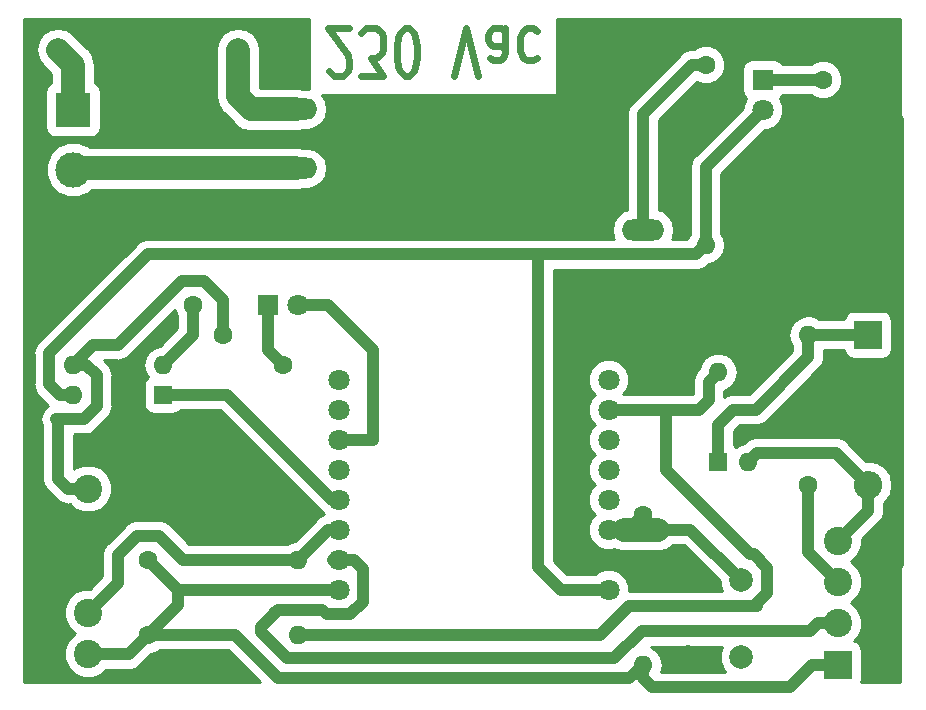
<source format=gbr>
G04 #@! TF.GenerationSoftware,KiCad,Pcbnew,(5.0.1)-4*
G04 #@! TF.CreationDate,2020-12-17T18:24:53+01:00*
G04 #@! TF.ProjectId,controller_water_ballon_linky_connected,636F6E74726F6C6C65725F7761746572,rev?*
G04 #@! TF.SameCoordinates,PX4c4b400PY632ea00*
G04 #@! TF.FileFunction,Copper,L2,Bot,Signal*
G04 #@! TF.FilePolarity,Positive*
%FSLAX46Y46*%
G04 Gerber Fmt 4.6, Leading zero omitted, Abs format (unit mm)*
G04 Created by KiCad (PCBNEW (5.0.1)-4) date 17/12/2020 18:24:53*
%MOMM*%
%LPD*%
G01*
G04 APERTURE LIST*
G04 #@! TA.AperFunction,NonConductor*
%ADD10C,0.600000*%
G04 #@! TD*
G04 #@! TA.AperFunction,ComponentPad*
%ADD11C,1.800000*%
G04 #@! TD*
G04 #@! TA.AperFunction,ComponentPad*
%ADD12R,2.400000X2.400000*%
G04 #@! TD*
G04 #@! TA.AperFunction,ComponentPad*
%ADD13O,2.400000X2.400000*%
G04 #@! TD*
G04 #@! TA.AperFunction,ComponentPad*
%ADD14C,1.600000*%
G04 #@! TD*
G04 #@! TA.AperFunction,ComponentPad*
%ADD15O,1.600000X1.600000*%
G04 #@! TD*
G04 #@! TA.AperFunction,ComponentPad*
%ADD16R,3.000000X3.000000*%
G04 #@! TD*
G04 #@! TA.AperFunction,ComponentPad*
%ADD17C,3.000000*%
G04 #@! TD*
G04 #@! TA.AperFunction,ComponentPad*
%ADD18C,2.400000*%
G04 #@! TD*
G04 #@! TA.AperFunction,ComponentPad*
%ADD19R,1.600000X1.600000*%
G04 #@! TD*
G04 #@! TA.AperFunction,ComponentPad*
%ADD20O,3.600000X1.800000*%
G04 #@! TD*
G04 #@! TA.AperFunction,ComponentPad*
%ADD21R,1.800000X1.800000*%
G04 #@! TD*
G04 #@! TA.AperFunction,ComponentPad*
%ADD22C,2.000000*%
G04 #@! TD*
G04 #@! TA.AperFunction,Conductor*
%ADD23C,1.000000*%
G04 #@! TD*
G04 #@! TA.AperFunction,Conductor*
%ADD24C,2.000000*%
G04 #@! TD*
G04 #@! TA.AperFunction,Conductor*
%ADD25C,0.254000*%
G04 #@! TD*
G04 APERTURE END LIST*
D10*
X26784285Y52660477D02*
X26927142Y52470000D01*
X27212857Y52279524D01*
X27927142Y52279524D01*
X28212857Y52470000D01*
X28355714Y52660477D01*
X28498571Y53041429D01*
X28498571Y53422381D01*
X28355714Y53993810D01*
X26641428Y56279524D01*
X28498571Y56279524D01*
X29498571Y52279524D02*
X31355714Y52279524D01*
X30355714Y53803334D01*
X30784285Y53803334D01*
X31070000Y53993810D01*
X31212857Y54184286D01*
X31355714Y54565239D01*
X31355714Y55517620D01*
X31212857Y55898572D01*
X31070000Y56089048D01*
X30784285Y56279524D01*
X29927142Y56279524D01*
X29641428Y56089048D01*
X29498571Y55898572D01*
X33212857Y52279524D02*
X33498571Y52279524D01*
X33784285Y52470000D01*
X33927142Y52660477D01*
X34070000Y53041429D01*
X34212857Y53803334D01*
X34212857Y54755715D01*
X34070000Y55517620D01*
X33927142Y55898572D01*
X33784285Y56089048D01*
X33498571Y56279524D01*
X33212857Y56279524D01*
X32927142Y56089048D01*
X32784285Y55898572D01*
X32641428Y55517620D01*
X32498571Y54755715D01*
X32498571Y53803334D01*
X32641428Y53041429D01*
X32784285Y52660477D01*
X32927142Y52470000D01*
X33212857Y52279524D01*
X37355714Y52279524D02*
X38355714Y56279524D01*
X39355714Y52279524D01*
X41641428Y56279524D02*
X41641428Y54184286D01*
X41498571Y53803334D01*
X41212857Y53612858D01*
X40641428Y53612858D01*
X40355714Y53803334D01*
X41641428Y56089048D02*
X41355714Y56279524D01*
X40641428Y56279524D01*
X40355714Y56089048D01*
X40212857Y55708096D01*
X40212857Y55327143D01*
X40355714Y54946191D01*
X40641428Y54755715D01*
X41355714Y54755715D01*
X41641428Y54565239D01*
X44355714Y56089048D02*
X44070000Y56279524D01*
X43498571Y56279524D01*
X43212857Y56089048D01*
X43070000Y55898572D01*
X42927142Y55517620D01*
X42927142Y54374762D01*
X43070000Y53993810D01*
X43212857Y53803334D01*
X43498571Y53612858D01*
X44070000Y53612858D01*
X44355714Y53803334D01*
D11*
G04 #@! TO.P,U3,8*
G04 #@! TO.N,N/C*
X50430000Y26530000D03*
G04 #@! TO.P,U3,7*
G04 #@! TO.N,Net-(R4-Pad2)*
X50430000Y23990000D03*
G04 #@! TO.P,U3,6*
G04 #@! TO.N,N/C*
X50430000Y21450000D03*
G04 #@! TO.P,U3,5*
X50430000Y18910000D03*
G04 #@! TO.P,U3,4*
X50430000Y16370000D03*
G04 #@! TO.P,U3,3*
G04 #@! TO.N,Net-(R7-Pad1)*
X50430000Y13830000D03*
G04 #@! TO.P,U3,2*
G04 #@! TO.N,GND*
X50430000Y11290000D03*
G04 #@! TO.P,U3,1*
G04 #@! TO.N,+5V*
X50430000Y8750000D03*
G04 #@! TO.P,U3,16*
G04 #@! TO.N,+3V3*
X27570000Y8750000D03*
G04 #@! TO.P,U3,15*
G04 #@! TO.N,Net-(J2-Pad2)*
X27570000Y11290000D03*
G04 #@! TO.P,U3,14*
G04 #@! TO.N,Net-(J3-Pad5)*
X27570000Y13830000D03*
G04 #@! TO.P,U3,13*
G04 #@! TO.N,Net-(U3-Pad13)*
X27570000Y16370000D03*
G04 #@! TO.P,U3,12*
G04 #@! TO.N,N/C*
X27570000Y18910000D03*
G04 #@! TO.P,U3,11*
G04 #@! TO.N,Net-(D3-Pad2)*
X27570000Y21450000D03*
G04 #@! TO.P,U3,10*
G04 #@! TO.N,N/C*
X27570000Y23990000D03*
G04 #@! TO.P,U3,9*
X27570000Y26530000D03*
G04 #@! TD*
D12*
G04 #@! TO.P,D1,1*
G04 #@! TO.N,Net-(D1-Pad1)*
X72400000Y30340000D03*
D13*
G04 #@! TO.P,D1,2*
G04 #@! TO.N,Net-(D1-Pad2)*
X72400000Y17640000D03*
G04 #@! TD*
D14*
G04 #@! TO.P,F1,1*
G04 #@! TO.N,Net-(F1-Pad1)*
X3820000Y54470000D03*
D15*
G04 #@! TO.P,F1,2*
G04 #@! TO.N,Net-(F1-Pad2)*
X19060000Y54470000D03*
G04 #@! TD*
G04 #@! TO.P,F2,2*
G04 #@! TO.N,+5V*
X58650000Y37960000D03*
D14*
G04 #@! TO.P,F2,1*
G04 #@! TO.N,Net-(F2-Pad1)*
X58650000Y53200000D03*
G04 #@! TD*
D16*
G04 #@! TO.P,J1,1*
G04 #@! TO.N,Net-(F1-Pad1)*
X5090000Y49390000D03*
D17*
G04 #@! TO.P,J1,2*
G04 #@! TO.N,Net-(J1-Pad2)*
X5090000Y44310000D03*
G04 #@! TD*
D12*
G04 #@! TO.P,J2,1*
G04 #@! TO.N,+3V3*
X69860000Y2400000D03*
D18*
G04 #@! TO.P,J2,2*
G04 #@! TO.N,Net-(J2-Pad2)*
X69860000Y5900000D03*
G04 #@! TO.P,J2,3*
G04 #@! TO.N,Net-(J2-Pad3)*
X69860000Y9400000D03*
G04 #@! TO.P,J2,4*
G04 #@! TO.N,Net-(D1-Pad2)*
X69860000Y12900000D03*
G04 #@! TD*
D12*
G04 #@! TO.P,J3,1*
G04 #@! TO.N,GND*
X6360000Y20815000D03*
D18*
G04 #@! TO.P,J3,2*
G04 #@! TO.N,Net-(J3-Pad2)*
X6360000Y17315000D03*
G04 #@! TO.P,J3,3*
G04 #@! TO.N,GND*
X6360000Y13815000D03*
G04 #@! TO.P,J3,4*
X6360000Y10315000D03*
G04 #@! TO.P,J3,5*
G04 #@! TO.N,Net-(J3-Pad5)*
X6360000Y6815000D03*
G04 #@! TO.P,J3,6*
G04 #@! TO.N,+3V3*
X6360000Y3315000D03*
G04 #@! TD*
D15*
G04 #@! TO.P,R1,2*
G04 #@! TO.N,GND*
X2550000Y32880000D03*
D14*
G04 #@! TO.P,R1,1*
G04 #@! TO.N,Net-(R1-Pad1)*
X15250000Y32880000D03*
G04 #@! TD*
D15*
G04 #@! TO.P,R2,2*
G04 #@! TO.N,GND*
X17790000Y17640000D03*
D14*
G04 #@! TO.P,R2,1*
G04 #@! TO.N,Net-(J3-Pad2)*
X17790000Y30340000D03*
G04 #@! TD*
G04 #@! TO.P,R3,1*
G04 #@! TO.N,Net-(J2-Pad3)*
X67320000Y17640000D03*
D15*
G04 #@! TO.P,R3,2*
G04 #@! TO.N,Net-(D1-Pad1)*
X67320000Y30340000D03*
G04 #@! TD*
G04 #@! TO.P,R4,2*
G04 #@! TO.N,Net-(R4-Pad2)*
X24140000Y4940000D03*
D14*
G04 #@! TO.P,R4,1*
G04 #@! TO.N,+3V3*
X11440000Y4940000D03*
G04 #@! TD*
G04 #@! TO.P,R5,1*
G04 #@! TO.N,+3V3*
X11440000Y11290000D03*
D15*
G04 #@! TO.P,R5,2*
G04 #@! TO.N,Net-(J3-Pad5)*
X24140000Y11290000D03*
G04 #@! TD*
D19*
G04 #@! TO.P,U1,1*
G04 #@! TO.N,Net-(D1-Pad1)*
X59700000Y19545000D03*
D15*
G04 #@! TO.P,U1,3*
G04 #@! TO.N,GND*
X62240000Y27165000D03*
G04 #@! TO.P,U1,2*
G04 #@! TO.N,Net-(D1-Pad2)*
X62240000Y19545000D03*
G04 #@! TO.P,U1,4*
G04 #@! TO.N,Net-(R4-Pad2)*
X59700000Y27165000D03*
G04 #@! TD*
D20*
G04 #@! TO.P,U2,1*
G04 #@! TO.N,Net-(F1-Pad2)*
X23950000Y49430000D03*
G04 #@! TO.P,U2,2*
G04 #@! TO.N,Net-(J1-Pad2)*
X23950000Y44430000D03*
G04 #@! TO.P,U2,3*
G04 #@! TO.N,GND*
X53350000Y54630000D03*
G04 #@! TO.P,U2,4*
G04 #@! TO.N,Net-(F2-Pad1)*
X53350000Y39230000D03*
G04 #@! TD*
D15*
G04 #@! TO.P,U4,4*
G04 #@! TO.N,+5V*
X5090000Y25260000D03*
G04 #@! TO.P,U4,2*
G04 #@! TO.N,Net-(R1-Pad1)*
X12710000Y27800000D03*
G04 #@! TO.P,U4,3*
G04 #@! TO.N,Net-(J3-Pad2)*
X5090000Y27800000D03*
D19*
G04 #@! TO.P,U4,1*
G04 #@! TO.N,Net-(U3-Pad13)*
X12710000Y25260000D03*
G04 #@! TD*
D21*
G04 #@! TO.P,D2,1*
G04 #@! TO.N,Net-(D2-Pad1)*
X63510000Y51930000D03*
D11*
G04 #@! TO.P,D2,2*
G04 #@! TO.N,+5V*
X63510000Y49390000D03*
G04 #@! TD*
G04 #@! TO.P,D3,2*
G04 #@! TO.N,Net-(D3-Pad2)*
X24140000Y32880000D03*
D21*
G04 #@! TO.P,D3,1*
G04 #@! TO.N,Net-(D3-Pad1)*
X21600000Y32880000D03*
G04 #@! TD*
D14*
G04 #@! TO.P,R6,1*
G04 #@! TO.N,Net-(D2-Pad1)*
X68590000Y51930000D03*
D15*
G04 #@! TO.P,R6,2*
G04 #@! TO.N,GND*
X68590000Y39230000D03*
G04 #@! TD*
D14*
G04 #@! TO.P,R7,1*
G04 #@! TO.N,Net-(R7-Pad1)*
X53350000Y15100000D03*
D15*
G04 #@! TO.P,R7,2*
G04 #@! TO.N,+3V3*
X53350000Y2400000D03*
G04 #@! TD*
G04 #@! TO.P,R8,2*
G04 #@! TO.N,GND*
X22870000Y15100000D03*
D14*
G04 #@! TO.P,R8,1*
G04 #@! TO.N,Net-(D3-Pad1)*
X22870000Y27800000D03*
G04 #@! TD*
D22*
G04 #@! TO.P,SW1,2*
G04 #@! TO.N,Net-(R7-Pad1)*
X61660000Y3035000D03*
G04 #@! TO.P,SW1,1*
G04 #@! TO.N,GND*
X57160000Y3035000D03*
G04 #@! TO.P,SW1,2*
G04 #@! TO.N,Net-(R7-Pad1)*
X61660000Y9535000D03*
G04 #@! TO.P,SW1,1*
G04 #@! TO.N,GND*
X57160000Y9535000D03*
G04 #@! TD*
D23*
G04 #@! TO.N,Net-(D1-Pad1)*
X67320000Y30340000D02*
X67320000Y28435000D01*
X62875000Y23990000D02*
X60970000Y23990000D01*
X67320000Y28435000D02*
X62875000Y23990000D01*
X59700000Y22720000D02*
X59700000Y19545000D01*
X60970000Y23990000D02*
X59700000Y22720000D01*
X72400000Y30340000D02*
X67320000Y30340000D01*
G04 #@! TO.N,Net-(D1-Pad2)*
X72400000Y15440000D02*
X69860000Y12900000D01*
X72400000Y17640000D02*
X72400000Y15440000D01*
X71200001Y18839999D02*
X72400000Y17640000D01*
X69695001Y20344999D02*
X71200001Y18839999D01*
X63039999Y20344999D02*
X69695001Y20344999D01*
X62240000Y19545000D02*
X63039999Y20344999D01*
D24*
G04 #@! TO.N,Net-(F1-Pad1)*
X5090000Y53200000D02*
X5090000Y49390000D01*
X3820000Y54470000D02*
X5090000Y53200000D01*
D23*
G04 #@! TO.N,Net-(F1-Pad2)*
X19060000Y54470000D02*
X19060000Y54320000D01*
D24*
X20150000Y49430000D02*
X23950000Y49430000D01*
X19060000Y50520000D02*
X20150000Y49430000D01*
X19060000Y54470000D02*
X19060000Y50520000D01*
D23*
G04 #@! TO.N,+5V*
X57850001Y37160001D02*
X58650000Y37960000D01*
X57819990Y37129990D02*
X57850001Y37160001D01*
X3089999Y28760001D02*
X11459988Y37129990D01*
X3089999Y26128631D02*
X3089999Y28760001D01*
X3958630Y25260000D02*
X3089999Y26128631D01*
X5090000Y25260000D02*
X3958630Y25260000D01*
X44460000Y37129990D02*
X44460000Y10655000D01*
X44460000Y37129990D02*
X57819990Y37129990D01*
X11459988Y37129990D02*
X44460000Y37129990D01*
X46365000Y8750000D02*
X50430000Y8750000D01*
X44460000Y10655000D02*
X46365000Y8750000D01*
X58650000Y44530000D02*
X63510000Y49390000D01*
X58650000Y37960000D02*
X58650000Y44530000D01*
G04 #@! TO.N,Net-(F2-Pad1)*
X53350000Y41130000D02*
X53350000Y39230000D01*
X53350000Y49031370D02*
X53350000Y41130000D01*
X57518630Y53200000D02*
X53350000Y49031370D01*
X58650000Y53200000D02*
X57518630Y53200000D01*
G04 #@! TO.N,Net-(J1-Pad2)*
X23830000Y44310000D02*
X23950000Y44430000D01*
D24*
X5210000Y44430000D02*
X5090000Y44310000D01*
X23950000Y44430000D02*
X5210000Y44430000D01*
D23*
G04 #@! TO.N,GND*
X6360000Y13815000D02*
X6360000Y10315000D01*
X16658630Y17640000D02*
X17790000Y17640000D01*
X12425822Y17640000D02*
X16658630Y17640000D01*
X8600822Y13815000D02*
X12425822Y17640000D01*
X6360000Y13815000D02*
X8600822Y13815000D01*
X9250822Y20815000D02*
X6360000Y20815000D01*
X12425822Y17640000D02*
X9250822Y20815000D01*
X4662944Y13815000D02*
X6360000Y13815000D01*
X1389989Y17087955D02*
X4662944Y13815000D01*
X1389989Y31719989D02*
X1389989Y17087955D01*
X2550000Y32880000D02*
X1389989Y31719989D01*
X62240000Y32880000D02*
X62240000Y27165000D01*
X68590000Y39230000D02*
X62240000Y32880000D01*
X57795000Y32880000D02*
X62240000Y32880000D01*
X49540000Y32880000D02*
X47000000Y30340000D01*
X57795000Y32880000D02*
X49540000Y32880000D01*
X49157208Y11290000D02*
X50430000Y11290000D01*
X47000000Y13447208D02*
X49157208Y11290000D01*
X47000000Y30340000D02*
X47000000Y13447208D01*
X74940000Y32880000D02*
X68590000Y39230000D01*
X74940000Y10927998D02*
X74940000Y32880000D01*
X74940000Y48540002D02*
X74940000Y32880000D01*
X68280001Y55200001D02*
X74940000Y48540002D01*
X56720001Y55200001D02*
X68280001Y55200001D01*
X56150000Y54630000D02*
X56720001Y55200001D01*
X53350000Y54630000D02*
X56150000Y54630000D01*
X39450000Y38830000D02*
X10405000Y38830000D01*
X53350000Y54630000D02*
X53350000Y52730000D01*
X53350000Y52730000D02*
X39450000Y38830000D01*
X4455000Y32880000D02*
X2550000Y32880000D01*
X10405000Y38830000D02*
X4455000Y32880000D01*
X20330000Y17640000D02*
X22870000Y15100000D01*
X17790000Y17640000D02*
X20330000Y17640000D01*
X55405000Y11290000D02*
X57160000Y9535000D01*
X50430000Y11290000D02*
X55405000Y11290000D01*
G04 #@! TO.N,Net-(J3-Pad2)*
X14289999Y34880001D02*
X8900000Y29490002D01*
X16210001Y34880001D02*
X14289999Y34880001D01*
X17790000Y30340000D02*
X17790000Y33300002D01*
X17790000Y33300002D02*
X16210001Y34880001D01*
X6780002Y29490002D02*
X5090000Y27800000D01*
X8900000Y29490002D02*
X6780002Y29490002D01*
X6005003Y23215001D02*
X3680001Y23215001D01*
X7090001Y24299999D02*
X6005003Y23215001D01*
X7090001Y26931369D02*
X7090001Y24299999D01*
X5090000Y27800000D02*
X6221370Y27800000D01*
X6221370Y27800000D02*
X7090001Y26931369D01*
X3680001Y23215001D02*
X3820000Y23075002D01*
X4662944Y17315000D02*
X6360000Y17315000D01*
X3820000Y18157944D02*
X4662944Y17315000D01*
X3820000Y23075002D02*
X3820000Y18157944D01*
G04 #@! TO.N,Net-(J3-Pad5)*
X26680000Y13830000D02*
X27570000Y13830000D01*
X24140000Y11290000D02*
X26680000Y13830000D01*
X8900000Y9355000D02*
X6360000Y6815000D01*
X8900000Y11710002D02*
X8900000Y9355000D01*
X10479999Y13290001D02*
X8900000Y11710002D01*
X12400001Y13290001D02*
X10479999Y13290001D01*
X24140000Y11290000D02*
X14400002Y11290000D01*
X14400002Y11290000D02*
X12400001Y13290001D01*
G04 #@! TO.N,+3V3*
X13980000Y8750000D02*
X11440000Y11290000D01*
X27570000Y8750000D02*
X13980000Y8750000D01*
X13980000Y7480000D02*
X11440000Y4940000D01*
X13980000Y8750000D02*
X13980000Y7480000D01*
X9815000Y3315000D02*
X11440000Y4940000D01*
X6360000Y3315000D02*
X9815000Y3315000D01*
X52550001Y1600001D02*
X53350000Y2400000D01*
X52189989Y1239989D02*
X52550001Y1600001D01*
X22475832Y1239989D02*
X52189989Y1239989D01*
X18775821Y4940000D02*
X22475832Y1239989D01*
X11440000Y4940000D02*
X18775821Y4940000D01*
X53350000Y1268630D02*
X54123630Y495000D01*
X53350000Y2400000D02*
X53350000Y1268630D01*
X67660000Y2400000D02*
X69860000Y2400000D01*
X65755000Y495000D02*
X67660000Y2400000D01*
X54123630Y495000D02*
X65755000Y495000D01*
G04 #@! TO.N,Net-(R1-Pad1)*
X15250000Y30340000D02*
X12710000Y27800000D01*
X15250000Y32880000D02*
X15250000Y30340000D01*
G04 #@! TO.N,Net-(R4-Pad2)*
X58900001Y26365001D02*
X58900001Y24789999D01*
X59700000Y27165000D02*
X58900001Y26365001D01*
X51702792Y23990000D02*
X50430000Y23990000D01*
X58900001Y24789999D02*
X58100002Y23990000D01*
X55255000Y23990000D02*
X51702792Y23990000D01*
X58100002Y23990000D02*
X55255000Y23990000D01*
X49728002Y4940000D02*
X24140000Y4940000D01*
X52123001Y7334999D02*
X49728002Y4940000D01*
X62716001Y7334999D02*
X62240000Y7334999D01*
X63860001Y8478999D02*
X62716001Y7334999D01*
X63860001Y10591001D02*
X63860001Y8478999D01*
X62716001Y11735001D02*
X63860001Y10591001D01*
X62429999Y11735001D02*
X62716001Y11735001D01*
X55255000Y18910000D02*
X62429999Y11735001D01*
X55255000Y23990000D02*
X55255000Y18910000D01*
X62240000Y7334999D02*
X59210001Y7334999D01*
X63020180Y7334999D02*
X62240000Y7334999D01*
X59210001Y7334999D02*
X57795000Y7334999D01*
X58216001Y7334999D02*
X57795000Y7334999D01*
X57795000Y7334999D02*
X52123001Y7334999D01*
G04 #@! TO.N,Net-(U3-Pad13)*
X27001998Y16370000D02*
X27570000Y16370000D01*
X18111998Y25260000D02*
X27001998Y16370000D01*
X12710000Y25260000D02*
X18111998Y25260000D01*
G04 #@! TO.N,Net-(D2-Pad1)*
X63510000Y51930000D02*
X68590000Y51930000D01*
G04 #@! TO.N,Net-(D3-Pad2)*
X24140000Y32880000D02*
X26680000Y32880000D01*
X26680000Y32880000D02*
X30490000Y29070000D01*
X30490000Y29070000D02*
X30490000Y21450000D01*
X30490000Y21450000D02*
X27570000Y21450000D01*
G04 #@! TO.N,Net-(D3-Pad1)*
X21600000Y29070000D02*
X22870000Y27800000D01*
X21600000Y32880000D02*
X21600000Y29070000D01*
G04 #@! TO.N,Net-(R7-Pad1)*
X57365000Y13830000D02*
X61660000Y9535000D01*
X54620000Y13830000D02*
X57365000Y13830000D01*
D24*
X54620000Y13830000D02*
X51738002Y13830000D01*
D23*
X53488630Y13830000D02*
X54620000Y13830000D01*
X53350000Y13968630D02*
X53488630Y13830000D01*
X53350000Y15100000D02*
X53350000Y13968630D01*
X52080000Y13830000D02*
X50430000Y13830000D01*
X53350000Y15100000D02*
X52080000Y13830000D01*
G04 #@! TO.N,Net-(J2-Pad3)*
X67320000Y11940000D02*
X69860000Y9400000D01*
X67320000Y17640000D02*
X67320000Y11940000D01*
G04 #@! TO.N,Net-(J2-Pad2)*
X69860000Y5900000D02*
X69860000Y6210000D01*
X27100002Y11290000D02*
X27570000Y11290000D01*
X29670001Y10462791D02*
X29670001Y7741999D01*
X27570000Y11290000D02*
X28842792Y11290000D01*
X28842792Y11290000D02*
X29670001Y10462791D01*
X22139999Y6749999D02*
X22439990Y7049990D01*
X22439990Y7049990D02*
X26162008Y7049990D01*
X26561999Y6649999D02*
X26162008Y7049990D01*
X28578001Y6649999D02*
X26561999Y6649999D01*
X29670001Y7741999D02*
X28578001Y6649999D01*
X68162944Y5900000D02*
X69860000Y5900000D01*
X67497945Y5235001D02*
X68162944Y5900000D01*
X22439990Y7049990D02*
X20965000Y5575000D01*
X20965000Y5575000D02*
X20965000Y5154998D01*
X20965000Y5154998D02*
X23179999Y2939999D01*
X23179999Y2939999D02*
X50929997Y2939999D01*
X50929997Y2939999D02*
X53224999Y5235001D01*
X53224999Y5235001D02*
X67497945Y5235001D01*
G04 #@! TD*
D25*
G04 #@! TO.N,GND*
G36*
X25085857Y51143918D02*
X25020091Y51157000D01*
X24632676Y51157000D01*
X24129943Y51257000D01*
X20906768Y51257000D01*
X20887000Y51276768D01*
X20887000Y54649943D01*
X20780996Y55182860D01*
X20377194Y55787194D01*
X19772859Y56190996D01*
X19060000Y56332793D01*
X18347140Y56190996D01*
X17742806Y55787194D01*
X17339004Y55182859D01*
X17233000Y54649942D01*
X17233001Y50699947D01*
X17197207Y50520000D01*
X17339004Y49807141D01*
X17511395Y49549139D01*
X17742807Y49202806D01*
X17895355Y49100877D01*
X18730875Y48265357D01*
X18832806Y48112806D01*
X19437140Y47709004D01*
X20150000Y47567207D01*
X20329943Y47603000D01*
X24129943Y47603000D01*
X24632676Y47703000D01*
X25020091Y47703000D01*
X25523842Y47803202D01*
X26095097Y48184903D01*
X26476798Y48756158D01*
X26610833Y49430000D01*
X26476798Y50103842D01*
X26136589Y50613000D01*
X46054143Y50613000D01*
X46054143Y57098000D01*
X75098000Y57098000D01*
X75098001Y902000D01*
X71843925Y902000D01*
X71903201Y1200000D01*
X71903201Y3600000D01*
X71839016Y3922679D01*
X71656233Y4196233D01*
X71382679Y4379016D01*
X71235001Y4408391D01*
X71578407Y4751797D01*
X71887000Y5496805D01*
X71887000Y6303195D01*
X71578407Y7048203D01*
X71008203Y7618407D01*
X70931931Y7650000D01*
X71008203Y7681593D01*
X71578407Y8251797D01*
X71887000Y8996805D01*
X71887000Y9803195D01*
X71578407Y10548203D01*
X71008203Y11118407D01*
X70931931Y11150000D01*
X71008203Y11181593D01*
X71578407Y11751797D01*
X71887000Y12496805D01*
X71887000Y13050340D01*
X73245915Y14409254D01*
X73356713Y14483287D01*
X73650006Y14922230D01*
X73727000Y15309304D01*
X73727000Y15309307D01*
X73752996Y15439999D01*
X73727000Y15570691D01*
X73727000Y16088822D01*
X73861385Y16178615D01*
X74309392Y16849104D01*
X74466711Y17640000D01*
X74309392Y18430896D01*
X73861385Y19101385D01*
X73190896Y19549392D01*
X72599641Y19667000D01*
X72249660Y19667000D01*
X72230749Y19685911D01*
X72230747Y19685914D01*
X70725749Y21190911D01*
X70651714Y21301712D01*
X70212771Y21595005D01*
X69825697Y21671999D01*
X69825693Y21671999D01*
X69695001Y21697995D01*
X69564309Y21671999D01*
X63170690Y21671999D01*
X63039998Y21697995D01*
X62909306Y21671999D01*
X62909303Y21671999D01*
X62522229Y21595005D01*
X62083286Y21301712D01*
X62009251Y21190911D01*
X61968137Y21149797D01*
X61605176Y21077600D01*
X61190329Y20800408D01*
X61096233Y20941233D01*
X61027000Y20987493D01*
X61027000Y22170340D01*
X61519661Y22663000D01*
X62744308Y22663000D01*
X62875000Y22637004D01*
X63005692Y22663000D01*
X63005696Y22663000D01*
X63392770Y22739994D01*
X63831713Y23033287D01*
X63905748Y23144088D01*
X68165915Y27404254D01*
X68276713Y27478287D01*
X68570006Y27917230D01*
X68647000Y28304304D01*
X68647000Y28304307D01*
X68672996Y28434999D01*
X68647000Y28565691D01*
X68647000Y29013000D01*
X70382061Y29013000D01*
X70420984Y28817321D01*
X70603767Y28543767D01*
X70877321Y28360984D01*
X71200000Y28296799D01*
X73600000Y28296799D01*
X73922679Y28360984D01*
X74196233Y28543767D01*
X74379016Y28817321D01*
X74443201Y29140000D01*
X74443201Y31540000D01*
X74379016Y31862679D01*
X74196233Y32136233D01*
X73922679Y32319016D01*
X73600000Y32383201D01*
X71200000Y32383201D01*
X70877321Y32319016D01*
X70603767Y32136233D01*
X70420984Y31862679D01*
X70382061Y31667000D01*
X68262526Y31667000D01*
X67954824Y31872600D01*
X67480242Y31967000D01*
X67159758Y31967000D01*
X66685176Y31872600D01*
X66146999Y31513001D01*
X65787400Y30974824D01*
X65661126Y30340000D01*
X65787400Y29705176D01*
X65993000Y29397474D01*
X65993001Y28984662D01*
X62325340Y25317000D01*
X61100691Y25317000D01*
X60969999Y25342996D01*
X60839307Y25317000D01*
X60839304Y25317000D01*
X60452230Y25240006D01*
X60227001Y25089512D01*
X60227001Y25610953D01*
X60334824Y25632400D01*
X60873001Y25991999D01*
X61232600Y26530176D01*
X61358874Y27165000D01*
X61232600Y27799824D01*
X60873001Y28338001D01*
X60334824Y28697600D01*
X59860242Y28792000D01*
X59539758Y28792000D01*
X59065176Y28697600D01*
X58526999Y28338001D01*
X58167400Y27799824D01*
X58095203Y27436863D01*
X58054087Y27395747D01*
X57943288Y27321713D01*
X57649995Y26882770D01*
X57573001Y26495696D01*
X57573001Y26495693D01*
X57547005Y26365001D01*
X57573001Y26234309D01*
X57573001Y25339659D01*
X57550342Y25317000D01*
X55385695Y25317000D01*
X55255000Y25342997D01*
X55124304Y25317000D01*
X51659347Y25317000D01*
X51894080Y25551733D01*
X52157000Y26186478D01*
X52157000Y26873522D01*
X51894080Y27508267D01*
X51408267Y27994080D01*
X50773522Y28257000D01*
X50086478Y28257000D01*
X49451733Y27994080D01*
X48965920Y27508267D01*
X48703000Y26873522D01*
X48703000Y26186478D01*
X48965920Y25551733D01*
X49257653Y25260000D01*
X48965920Y24968267D01*
X48703000Y24333522D01*
X48703000Y23646478D01*
X48965920Y23011733D01*
X49257653Y22720000D01*
X48965920Y22428267D01*
X48703000Y21793522D01*
X48703000Y21106478D01*
X48965920Y20471733D01*
X49257653Y20180000D01*
X48965920Y19888267D01*
X48703000Y19253522D01*
X48703000Y18566478D01*
X48965920Y17931733D01*
X49257653Y17640000D01*
X48965920Y17348267D01*
X48703000Y16713522D01*
X48703000Y16026478D01*
X48965920Y15391733D01*
X49257653Y15100000D01*
X48965920Y14808267D01*
X48703000Y14173522D01*
X48703000Y13486478D01*
X48965920Y12851733D01*
X49451733Y12365920D01*
X50086478Y12103000D01*
X50773522Y12103000D01*
X50934398Y12169637D01*
X51025142Y12109004D01*
X51558059Y12003000D01*
X54799943Y12003000D01*
X55332860Y12109004D01*
X55922518Y12503000D01*
X56815340Y12503000D01*
X59833000Y9485339D01*
X59833000Y9171587D01*
X60044078Y8661999D01*
X52253692Y8661999D01*
X52157000Y8681232D01*
X52157000Y9093522D01*
X51894080Y9728267D01*
X51408267Y10214080D01*
X50773522Y10477000D01*
X50086478Y10477000D01*
X49451733Y10214080D01*
X49314653Y10077000D01*
X46914661Y10077000D01*
X45787000Y11204660D01*
X45787000Y35802990D01*
X57689298Y35802990D01*
X57819990Y35776994D01*
X57950682Y35802990D01*
X57950686Y35802990D01*
X58337760Y35879984D01*
X58776703Y36173277D01*
X58850738Y36284078D01*
X58921863Y36355203D01*
X59284824Y36427400D01*
X59823001Y36786999D01*
X60182600Y37325176D01*
X60308874Y37960000D01*
X60182600Y38594824D01*
X59977000Y38902526D01*
X59977000Y43980340D01*
X63659661Y47663000D01*
X63853522Y47663000D01*
X64488267Y47925920D01*
X64974080Y48411733D01*
X65237000Y49046478D01*
X65237000Y49733522D01*
X64974080Y50368267D01*
X64947694Y50394653D01*
X65006233Y50433767D01*
X65119311Y50603000D01*
X67616074Y50603000D01*
X67668378Y50550696D01*
X68266370Y50303000D01*
X68913630Y50303000D01*
X69511622Y50550696D01*
X69969304Y51008378D01*
X70217000Y51606370D01*
X70217000Y52253630D01*
X69969304Y52851622D01*
X69511622Y53309304D01*
X68913630Y53557000D01*
X68266370Y53557000D01*
X67668378Y53309304D01*
X67616074Y53257000D01*
X65119311Y53257000D01*
X65006233Y53426233D01*
X64732679Y53609016D01*
X64410000Y53673201D01*
X62610000Y53673201D01*
X62287321Y53609016D01*
X62013767Y53426233D01*
X61830984Y53152679D01*
X61766799Y52830000D01*
X61766799Y51030000D01*
X61830984Y50707321D01*
X62013767Y50433767D01*
X62072306Y50394653D01*
X62045920Y50368267D01*
X61783000Y49733522D01*
X61783000Y49539661D01*
X57804086Y45560746D01*
X57693288Y45486713D01*
X57619255Y45375915D01*
X57619254Y45375914D01*
X57399994Y45047769D01*
X57297004Y44530000D01*
X57323001Y44399304D01*
X57323000Y38902526D01*
X57117400Y38594824D01*
X57089983Y38456990D01*
X55810536Y38456990D01*
X55876798Y38556158D01*
X56010833Y39230000D01*
X55876798Y39903842D01*
X55495097Y40475097D01*
X54923842Y40856798D01*
X54677000Y40905898D01*
X54677000Y48481710D01*
X57931748Y51736457D01*
X58326370Y51573000D01*
X58973630Y51573000D01*
X59571622Y51820696D01*
X60029304Y52278378D01*
X60277000Y52876370D01*
X60277000Y53523630D01*
X60029304Y54121622D01*
X59571622Y54579304D01*
X58973630Y54827000D01*
X58326370Y54827000D01*
X57728378Y54579304D01*
X57676074Y54527000D01*
X57649321Y54527000D01*
X57518629Y54552996D01*
X57387937Y54527000D01*
X57387934Y54527000D01*
X57000860Y54450006D01*
X56561917Y54156713D01*
X56487884Y54045915D01*
X52504086Y50062116D01*
X52393287Y49988082D01*
X52099994Y49549139D01*
X52023000Y49162065D01*
X52023000Y49162062D01*
X51997004Y49031370D01*
X52023000Y48900678D01*
X52023001Y41260700D01*
X52023000Y41260695D01*
X52023000Y40905898D01*
X51776158Y40856798D01*
X51204903Y40475097D01*
X50823202Y39903842D01*
X50689167Y39230000D01*
X50823202Y38556158D01*
X50889464Y38456990D01*
X44590695Y38456990D01*
X44460000Y38482987D01*
X44329304Y38456990D01*
X11590680Y38456990D01*
X11459988Y38482986D01*
X11329296Y38456990D01*
X11329292Y38456990D01*
X10942218Y38379996D01*
X10503275Y38086703D01*
X10429242Y37975905D01*
X2244085Y29790747D01*
X2133287Y29716714D01*
X2059254Y29605916D01*
X2059253Y29605915D01*
X1839993Y29277770D01*
X1737003Y28760001D01*
X1763000Y28629305D01*
X1762999Y26259323D01*
X1737003Y26128631D01*
X1762999Y25997939D01*
X1762999Y25997936D01*
X1839993Y25610862D01*
X2133286Y25171919D01*
X2244084Y25097886D01*
X2927884Y24414086D01*
X2976694Y24341035D01*
X2723288Y24171714D01*
X2429995Y23732771D01*
X2327004Y23215001D01*
X2429995Y22697231D01*
X2493000Y22602937D01*
X2493001Y18288640D01*
X2467004Y18157944D01*
X2569994Y17640175D01*
X2765041Y17348267D01*
X2863288Y17201231D01*
X2974086Y17127198D01*
X3632196Y16469088D01*
X3706231Y16358287D01*
X4145174Y16064994D01*
X4532248Y15988000D01*
X4532252Y15988000D01*
X4662944Y15962004D01*
X4793636Y15988000D01*
X4820390Y15988000D01*
X5211797Y15596593D01*
X5956805Y15288000D01*
X6763195Y15288000D01*
X7508203Y15596593D01*
X8078407Y16166797D01*
X8387000Y16911805D01*
X8387000Y17718195D01*
X8078407Y18463203D01*
X7508203Y19033407D01*
X6763195Y19342000D01*
X5956805Y19342000D01*
X5211797Y19033407D01*
X5147000Y18968610D01*
X5147000Y21888001D01*
X5874311Y21888001D01*
X6005003Y21862005D01*
X6135695Y21888001D01*
X6135699Y21888001D01*
X6522773Y21964995D01*
X6961716Y22258288D01*
X7035751Y22369089D01*
X7935915Y23269253D01*
X8046714Y23343286D01*
X8340007Y23782229D01*
X8417001Y24169303D01*
X8417001Y24169307D01*
X8442997Y24299999D01*
X8417001Y24430691D01*
X8417001Y26800677D01*
X8442997Y26931369D01*
X8417001Y27062061D01*
X8417001Y27062065D01*
X8340007Y27449139D01*
X8229177Y27615007D01*
X8120747Y27777284D01*
X8120745Y27777286D01*
X8046713Y27888082D01*
X7935917Y27962113D01*
X7735029Y28163002D01*
X8769308Y28163002D01*
X8900000Y28137006D01*
X9030692Y28163002D01*
X9030696Y28163002D01*
X9417770Y28239996D01*
X9856713Y28533289D01*
X9930748Y28644090D01*
X13687445Y32400786D01*
X13870696Y31958378D01*
X13923000Y31906074D01*
X13923001Y30889662D01*
X12438137Y29404797D01*
X12075176Y29332600D01*
X11536999Y28973001D01*
X11177400Y28434824D01*
X11051126Y27800000D01*
X11177400Y27165176D01*
X11454592Y26750329D01*
X11313767Y26656233D01*
X11130984Y26382679D01*
X11066799Y26060000D01*
X11066799Y24460000D01*
X11130984Y24137321D01*
X11313767Y23863767D01*
X11587321Y23680984D01*
X11910000Y23616799D01*
X13510000Y23616799D01*
X13832679Y23680984D01*
X14106233Y23863767D01*
X14152493Y23933000D01*
X17562338Y23933000D01*
X25971254Y15524082D01*
X26045285Y15413287D01*
X26156080Y15339256D01*
X26156083Y15339253D01*
X26163066Y15334587D01*
X26375271Y15122382D01*
X26162230Y15080006D01*
X25723287Y14786713D01*
X25649254Y14675915D01*
X23868137Y12894797D01*
X23505176Y12822600D01*
X23197474Y12617000D01*
X14949664Y12617000D01*
X13430749Y14135913D01*
X13356714Y14246714D01*
X12917771Y14540007D01*
X12530697Y14617001D01*
X12530693Y14617001D01*
X12400001Y14642997D01*
X12269309Y14617001D01*
X10610690Y14617001D01*
X10479998Y14642997D01*
X10349306Y14617001D01*
X10349303Y14617001D01*
X9962229Y14540007D01*
X9523286Y14246714D01*
X9449253Y14135916D01*
X8054086Y12740748D01*
X7943287Y12666714D01*
X7649994Y12227771D01*
X7573000Y11840697D01*
X7573000Y11840694D01*
X7547004Y11710002D01*
X7573000Y11579310D01*
X7573001Y9904662D01*
X6510340Y8842000D01*
X5956805Y8842000D01*
X5211797Y8533407D01*
X4641593Y7963203D01*
X4333000Y7218195D01*
X4333000Y6411805D01*
X4641593Y5666797D01*
X5211797Y5096593D01*
X5288069Y5065000D01*
X5211797Y5033407D01*
X4641593Y4463203D01*
X4333000Y3718195D01*
X4333000Y2911805D01*
X4641593Y2166797D01*
X5211797Y1596593D01*
X5956805Y1288000D01*
X6763195Y1288000D01*
X7508203Y1596593D01*
X7899610Y1988000D01*
X9684308Y1988000D01*
X9815000Y1962004D01*
X9945692Y1988000D01*
X9945696Y1988000D01*
X10332770Y2064994D01*
X10771713Y2358287D01*
X10845748Y2469088D01*
X11689661Y3313000D01*
X11763630Y3313000D01*
X12361622Y3560696D01*
X12413926Y3613000D01*
X18226161Y3613000D01*
X20937160Y902000D01*
X902000Y902000D01*
X902000Y44772869D01*
X2763000Y44772869D01*
X2763000Y43847131D01*
X3117264Y42991860D01*
X3771860Y42337264D01*
X4627131Y41983000D01*
X5552869Y41983000D01*
X6408140Y42337264D01*
X6673876Y42603000D01*
X24129943Y42603000D01*
X24632676Y42703000D01*
X25020091Y42703000D01*
X25523842Y42803202D01*
X26095097Y43184903D01*
X26476798Y43756158D01*
X26610833Y44430000D01*
X26476798Y45103842D01*
X26095097Y45675097D01*
X25523842Y46056798D01*
X25020091Y46157000D01*
X24632676Y46157000D01*
X24129943Y46257000D01*
X6433876Y46257000D01*
X6408140Y46282736D01*
X5552869Y46637000D01*
X4627131Y46637000D01*
X3771860Y46282736D01*
X3117264Y45628140D01*
X2763000Y44772869D01*
X902000Y44772869D01*
X902000Y54470000D01*
X1957207Y54470000D01*
X2099004Y53757141D01*
X2400877Y53305355D01*
X3263000Y52443232D01*
X3263000Y51666129D01*
X2993767Y51486233D01*
X2810984Y51212679D01*
X2746799Y50890000D01*
X2746799Y47890000D01*
X2810984Y47567321D01*
X2993767Y47293767D01*
X3267321Y47110984D01*
X3590000Y47046799D01*
X6590000Y47046799D01*
X6912679Y47110984D01*
X7186233Y47293767D01*
X7369016Y47567321D01*
X7433201Y47890000D01*
X7433201Y50890000D01*
X7369016Y51212679D01*
X7186233Y51486233D01*
X6917000Y51666129D01*
X6917000Y53020059D01*
X6952793Y53200001D01*
X6907792Y53426233D01*
X6810996Y53912860D01*
X6407194Y54517194D01*
X6254643Y54619125D01*
X4984645Y55889123D01*
X4532859Y56190996D01*
X3820000Y56332793D01*
X3107141Y56190996D01*
X2502807Y55787193D01*
X2099004Y55182859D01*
X1957207Y54470000D01*
X902000Y54470000D01*
X902000Y57098000D01*
X25085857Y57098000D01*
X25085857Y51143918D01*
X25085857Y51143918D01*
G37*
X25085857Y51143918D02*
X25020091Y51157000D01*
X24632676Y51157000D01*
X24129943Y51257000D01*
X20906768Y51257000D01*
X20887000Y51276768D01*
X20887000Y54649943D01*
X20780996Y55182860D01*
X20377194Y55787194D01*
X19772859Y56190996D01*
X19060000Y56332793D01*
X18347140Y56190996D01*
X17742806Y55787194D01*
X17339004Y55182859D01*
X17233000Y54649942D01*
X17233001Y50699947D01*
X17197207Y50520000D01*
X17339004Y49807141D01*
X17511395Y49549139D01*
X17742807Y49202806D01*
X17895355Y49100877D01*
X18730875Y48265357D01*
X18832806Y48112806D01*
X19437140Y47709004D01*
X20150000Y47567207D01*
X20329943Y47603000D01*
X24129943Y47603000D01*
X24632676Y47703000D01*
X25020091Y47703000D01*
X25523842Y47803202D01*
X26095097Y48184903D01*
X26476798Y48756158D01*
X26610833Y49430000D01*
X26476798Y50103842D01*
X26136589Y50613000D01*
X46054143Y50613000D01*
X46054143Y57098000D01*
X75098000Y57098000D01*
X75098001Y902000D01*
X71843925Y902000D01*
X71903201Y1200000D01*
X71903201Y3600000D01*
X71839016Y3922679D01*
X71656233Y4196233D01*
X71382679Y4379016D01*
X71235001Y4408391D01*
X71578407Y4751797D01*
X71887000Y5496805D01*
X71887000Y6303195D01*
X71578407Y7048203D01*
X71008203Y7618407D01*
X70931931Y7650000D01*
X71008203Y7681593D01*
X71578407Y8251797D01*
X71887000Y8996805D01*
X71887000Y9803195D01*
X71578407Y10548203D01*
X71008203Y11118407D01*
X70931931Y11150000D01*
X71008203Y11181593D01*
X71578407Y11751797D01*
X71887000Y12496805D01*
X71887000Y13050340D01*
X73245915Y14409254D01*
X73356713Y14483287D01*
X73650006Y14922230D01*
X73727000Y15309304D01*
X73727000Y15309307D01*
X73752996Y15439999D01*
X73727000Y15570691D01*
X73727000Y16088822D01*
X73861385Y16178615D01*
X74309392Y16849104D01*
X74466711Y17640000D01*
X74309392Y18430896D01*
X73861385Y19101385D01*
X73190896Y19549392D01*
X72599641Y19667000D01*
X72249660Y19667000D01*
X72230749Y19685911D01*
X72230747Y19685914D01*
X70725749Y21190911D01*
X70651714Y21301712D01*
X70212771Y21595005D01*
X69825697Y21671999D01*
X69825693Y21671999D01*
X69695001Y21697995D01*
X69564309Y21671999D01*
X63170690Y21671999D01*
X63039998Y21697995D01*
X62909306Y21671999D01*
X62909303Y21671999D01*
X62522229Y21595005D01*
X62083286Y21301712D01*
X62009251Y21190911D01*
X61968137Y21149797D01*
X61605176Y21077600D01*
X61190329Y20800408D01*
X61096233Y20941233D01*
X61027000Y20987493D01*
X61027000Y22170340D01*
X61519661Y22663000D01*
X62744308Y22663000D01*
X62875000Y22637004D01*
X63005692Y22663000D01*
X63005696Y22663000D01*
X63392770Y22739994D01*
X63831713Y23033287D01*
X63905748Y23144088D01*
X68165915Y27404254D01*
X68276713Y27478287D01*
X68570006Y27917230D01*
X68647000Y28304304D01*
X68647000Y28304307D01*
X68672996Y28434999D01*
X68647000Y28565691D01*
X68647000Y29013000D01*
X70382061Y29013000D01*
X70420984Y28817321D01*
X70603767Y28543767D01*
X70877321Y28360984D01*
X71200000Y28296799D01*
X73600000Y28296799D01*
X73922679Y28360984D01*
X74196233Y28543767D01*
X74379016Y28817321D01*
X74443201Y29140000D01*
X74443201Y31540000D01*
X74379016Y31862679D01*
X74196233Y32136233D01*
X73922679Y32319016D01*
X73600000Y32383201D01*
X71200000Y32383201D01*
X70877321Y32319016D01*
X70603767Y32136233D01*
X70420984Y31862679D01*
X70382061Y31667000D01*
X68262526Y31667000D01*
X67954824Y31872600D01*
X67480242Y31967000D01*
X67159758Y31967000D01*
X66685176Y31872600D01*
X66146999Y31513001D01*
X65787400Y30974824D01*
X65661126Y30340000D01*
X65787400Y29705176D01*
X65993000Y29397474D01*
X65993001Y28984662D01*
X62325340Y25317000D01*
X61100691Y25317000D01*
X60969999Y25342996D01*
X60839307Y25317000D01*
X60839304Y25317000D01*
X60452230Y25240006D01*
X60227001Y25089512D01*
X60227001Y25610953D01*
X60334824Y25632400D01*
X60873001Y25991999D01*
X61232600Y26530176D01*
X61358874Y27165000D01*
X61232600Y27799824D01*
X60873001Y28338001D01*
X60334824Y28697600D01*
X59860242Y28792000D01*
X59539758Y28792000D01*
X59065176Y28697600D01*
X58526999Y28338001D01*
X58167400Y27799824D01*
X58095203Y27436863D01*
X58054087Y27395747D01*
X57943288Y27321713D01*
X57649995Y26882770D01*
X57573001Y26495696D01*
X57573001Y26495693D01*
X57547005Y26365001D01*
X57573001Y26234309D01*
X57573001Y25339659D01*
X57550342Y25317000D01*
X55385695Y25317000D01*
X55255000Y25342997D01*
X55124304Y25317000D01*
X51659347Y25317000D01*
X51894080Y25551733D01*
X52157000Y26186478D01*
X52157000Y26873522D01*
X51894080Y27508267D01*
X51408267Y27994080D01*
X50773522Y28257000D01*
X50086478Y28257000D01*
X49451733Y27994080D01*
X48965920Y27508267D01*
X48703000Y26873522D01*
X48703000Y26186478D01*
X48965920Y25551733D01*
X49257653Y25260000D01*
X48965920Y24968267D01*
X48703000Y24333522D01*
X48703000Y23646478D01*
X48965920Y23011733D01*
X49257653Y22720000D01*
X48965920Y22428267D01*
X48703000Y21793522D01*
X48703000Y21106478D01*
X48965920Y20471733D01*
X49257653Y20180000D01*
X48965920Y19888267D01*
X48703000Y19253522D01*
X48703000Y18566478D01*
X48965920Y17931733D01*
X49257653Y17640000D01*
X48965920Y17348267D01*
X48703000Y16713522D01*
X48703000Y16026478D01*
X48965920Y15391733D01*
X49257653Y15100000D01*
X48965920Y14808267D01*
X48703000Y14173522D01*
X48703000Y13486478D01*
X48965920Y12851733D01*
X49451733Y12365920D01*
X50086478Y12103000D01*
X50773522Y12103000D01*
X50934398Y12169637D01*
X51025142Y12109004D01*
X51558059Y12003000D01*
X54799943Y12003000D01*
X55332860Y12109004D01*
X55922518Y12503000D01*
X56815340Y12503000D01*
X59833000Y9485339D01*
X59833000Y9171587D01*
X60044078Y8661999D01*
X52253692Y8661999D01*
X52157000Y8681232D01*
X52157000Y9093522D01*
X51894080Y9728267D01*
X51408267Y10214080D01*
X50773522Y10477000D01*
X50086478Y10477000D01*
X49451733Y10214080D01*
X49314653Y10077000D01*
X46914661Y10077000D01*
X45787000Y11204660D01*
X45787000Y35802990D01*
X57689298Y35802990D01*
X57819990Y35776994D01*
X57950682Y35802990D01*
X57950686Y35802990D01*
X58337760Y35879984D01*
X58776703Y36173277D01*
X58850738Y36284078D01*
X58921863Y36355203D01*
X59284824Y36427400D01*
X59823001Y36786999D01*
X60182600Y37325176D01*
X60308874Y37960000D01*
X60182600Y38594824D01*
X59977000Y38902526D01*
X59977000Y43980340D01*
X63659661Y47663000D01*
X63853522Y47663000D01*
X64488267Y47925920D01*
X64974080Y48411733D01*
X65237000Y49046478D01*
X65237000Y49733522D01*
X64974080Y50368267D01*
X64947694Y50394653D01*
X65006233Y50433767D01*
X65119311Y50603000D01*
X67616074Y50603000D01*
X67668378Y50550696D01*
X68266370Y50303000D01*
X68913630Y50303000D01*
X69511622Y50550696D01*
X69969304Y51008378D01*
X70217000Y51606370D01*
X70217000Y52253630D01*
X69969304Y52851622D01*
X69511622Y53309304D01*
X68913630Y53557000D01*
X68266370Y53557000D01*
X67668378Y53309304D01*
X67616074Y53257000D01*
X65119311Y53257000D01*
X65006233Y53426233D01*
X64732679Y53609016D01*
X64410000Y53673201D01*
X62610000Y53673201D01*
X62287321Y53609016D01*
X62013767Y53426233D01*
X61830984Y53152679D01*
X61766799Y52830000D01*
X61766799Y51030000D01*
X61830984Y50707321D01*
X62013767Y50433767D01*
X62072306Y50394653D01*
X62045920Y50368267D01*
X61783000Y49733522D01*
X61783000Y49539661D01*
X57804086Y45560746D01*
X57693288Y45486713D01*
X57619255Y45375915D01*
X57619254Y45375914D01*
X57399994Y45047769D01*
X57297004Y44530000D01*
X57323001Y44399304D01*
X57323000Y38902526D01*
X57117400Y38594824D01*
X57089983Y38456990D01*
X55810536Y38456990D01*
X55876798Y38556158D01*
X56010833Y39230000D01*
X55876798Y39903842D01*
X55495097Y40475097D01*
X54923842Y40856798D01*
X54677000Y40905898D01*
X54677000Y48481710D01*
X57931748Y51736457D01*
X58326370Y51573000D01*
X58973630Y51573000D01*
X59571622Y51820696D01*
X60029304Y52278378D01*
X60277000Y52876370D01*
X60277000Y53523630D01*
X60029304Y54121622D01*
X59571622Y54579304D01*
X58973630Y54827000D01*
X58326370Y54827000D01*
X57728378Y54579304D01*
X57676074Y54527000D01*
X57649321Y54527000D01*
X57518629Y54552996D01*
X57387937Y54527000D01*
X57387934Y54527000D01*
X57000860Y54450006D01*
X56561917Y54156713D01*
X56487884Y54045915D01*
X52504086Y50062116D01*
X52393287Y49988082D01*
X52099994Y49549139D01*
X52023000Y49162065D01*
X52023000Y49162062D01*
X51997004Y49031370D01*
X52023000Y48900678D01*
X52023001Y41260700D01*
X52023000Y41260695D01*
X52023000Y40905898D01*
X51776158Y40856798D01*
X51204903Y40475097D01*
X50823202Y39903842D01*
X50689167Y39230000D01*
X50823202Y38556158D01*
X50889464Y38456990D01*
X44590695Y38456990D01*
X44460000Y38482987D01*
X44329304Y38456990D01*
X11590680Y38456990D01*
X11459988Y38482986D01*
X11329296Y38456990D01*
X11329292Y38456990D01*
X10942218Y38379996D01*
X10503275Y38086703D01*
X10429242Y37975905D01*
X2244085Y29790747D01*
X2133287Y29716714D01*
X2059254Y29605916D01*
X2059253Y29605915D01*
X1839993Y29277770D01*
X1737003Y28760001D01*
X1763000Y28629305D01*
X1762999Y26259323D01*
X1737003Y26128631D01*
X1762999Y25997939D01*
X1762999Y25997936D01*
X1839993Y25610862D01*
X2133286Y25171919D01*
X2244084Y25097886D01*
X2927884Y24414086D01*
X2976694Y24341035D01*
X2723288Y24171714D01*
X2429995Y23732771D01*
X2327004Y23215001D01*
X2429995Y22697231D01*
X2493000Y22602937D01*
X2493001Y18288640D01*
X2467004Y18157944D01*
X2569994Y17640175D01*
X2765041Y17348267D01*
X2863288Y17201231D01*
X2974086Y17127198D01*
X3632196Y16469088D01*
X3706231Y16358287D01*
X4145174Y16064994D01*
X4532248Y15988000D01*
X4532252Y15988000D01*
X4662944Y15962004D01*
X4793636Y15988000D01*
X4820390Y15988000D01*
X5211797Y15596593D01*
X5956805Y15288000D01*
X6763195Y15288000D01*
X7508203Y15596593D01*
X8078407Y16166797D01*
X8387000Y16911805D01*
X8387000Y17718195D01*
X8078407Y18463203D01*
X7508203Y19033407D01*
X6763195Y19342000D01*
X5956805Y19342000D01*
X5211797Y19033407D01*
X5147000Y18968610D01*
X5147000Y21888001D01*
X5874311Y21888001D01*
X6005003Y21862005D01*
X6135695Y21888001D01*
X6135699Y21888001D01*
X6522773Y21964995D01*
X6961716Y22258288D01*
X7035751Y22369089D01*
X7935915Y23269253D01*
X8046714Y23343286D01*
X8340007Y23782229D01*
X8417001Y24169303D01*
X8417001Y24169307D01*
X8442997Y24299999D01*
X8417001Y24430691D01*
X8417001Y26800677D01*
X8442997Y26931369D01*
X8417001Y27062061D01*
X8417001Y27062065D01*
X8340007Y27449139D01*
X8229177Y27615007D01*
X8120747Y27777284D01*
X8120745Y27777286D01*
X8046713Y27888082D01*
X7935917Y27962113D01*
X7735029Y28163002D01*
X8769308Y28163002D01*
X8900000Y28137006D01*
X9030692Y28163002D01*
X9030696Y28163002D01*
X9417770Y28239996D01*
X9856713Y28533289D01*
X9930748Y28644090D01*
X13687445Y32400786D01*
X13870696Y31958378D01*
X13923000Y31906074D01*
X13923001Y30889662D01*
X12438137Y29404797D01*
X12075176Y29332600D01*
X11536999Y28973001D01*
X11177400Y28434824D01*
X11051126Y27800000D01*
X11177400Y27165176D01*
X11454592Y26750329D01*
X11313767Y26656233D01*
X11130984Y26382679D01*
X11066799Y26060000D01*
X11066799Y24460000D01*
X11130984Y24137321D01*
X11313767Y23863767D01*
X11587321Y23680984D01*
X11910000Y23616799D01*
X13510000Y23616799D01*
X13832679Y23680984D01*
X14106233Y23863767D01*
X14152493Y23933000D01*
X17562338Y23933000D01*
X25971254Y15524082D01*
X26045285Y15413287D01*
X26156080Y15339256D01*
X26156083Y15339253D01*
X26163066Y15334587D01*
X26375271Y15122382D01*
X26162230Y15080006D01*
X25723287Y14786713D01*
X25649254Y14675915D01*
X23868137Y12894797D01*
X23505176Y12822600D01*
X23197474Y12617000D01*
X14949664Y12617000D01*
X13430749Y14135913D01*
X13356714Y14246714D01*
X12917771Y14540007D01*
X12530697Y14617001D01*
X12530693Y14617001D01*
X12400001Y14642997D01*
X12269309Y14617001D01*
X10610690Y14617001D01*
X10479998Y14642997D01*
X10349306Y14617001D01*
X10349303Y14617001D01*
X9962229Y14540007D01*
X9523286Y14246714D01*
X9449253Y14135916D01*
X8054086Y12740748D01*
X7943287Y12666714D01*
X7649994Y12227771D01*
X7573000Y11840697D01*
X7573000Y11840694D01*
X7547004Y11710002D01*
X7573000Y11579310D01*
X7573001Y9904662D01*
X6510340Y8842000D01*
X5956805Y8842000D01*
X5211797Y8533407D01*
X4641593Y7963203D01*
X4333000Y7218195D01*
X4333000Y6411805D01*
X4641593Y5666797D01*
X5211797Y5096593D01*
X5288069Y5065000D01*
X5211797Y5033407D01*
X4641593Y4463203D01*
X4333000Y3718195D01*
X4333000Y2911805D01*
X4641593Y2166797D01*
X5211797Y1596593D01*
X5956805Y1288000D01*
X6763195Y1288000D01*
X7508203Y1596593D01*
X7899610Y1988000D01*
X9684308Y1988000D01*
X9815000Y1962004D01*
X9945692Y1988000D01*
X9945696Y1988000D01*
X10332770Y2064994D01*
X10771713Y2358287D01*
X10845748Y2469088D01*
X11689661Y3313000D01*
X11763630Y3313000D01*
X12361622Y3560696D01*
X12413926Y3613000D01*
X18226161Y3613000D01*
X20937160Y902000D01*
X902000Y902000D01*
X902000Y44772869D01*
X2763000Y44772869D01*
X2763000Y43847131D01*
X3117264Y42991860D01*
X3771860Y42337264D01*
X4627131Y41983000D01*
X5552869Y41983000D01*
X6408140Y42337264D01*
X6673876Y42603000D01*
X24129943Y42603000D01*
X24632676Y42703000D01*
X25020091Y42703000D01*
X25523842Y42803202D01*
X26095097Y43184903D01*
X26476798Y43756158D01*
X26610833Y44430000D01*
X26476798Y45103842D01*
X26095097Y45675097D01*
X25523842Y46056798D01*
X25020091Y46157000D01*
X24632676Y46157000D01*
X24129943Y46257000D01*
X6433876Y46257000D01*
X6408140Y46282736D01*
X5552869Y46637000D01*
X4627131Y46637000D01*
X3771860Y46282736D01*
X3117264Y45628140D01*
X2763000Y44772869D01*
X902000Y44772869D01*
X902000Y54470000D01*
X1957207Y54470000D01*
X2099004Y53757141D01*
X2400877Y53305355D01*
X3263000Y52443232D01*
X3263000Y51666129D01*
X2993767Y51486233D01*
X2810984Y51212679D01*
X2746799Y50890000D01*
X2746799Y47890000D01*
X2810984Y47567321D01*
X2993767Y47293767D01*
X3267321Y47110984D01*
X3590000Y47046799D01*
X6590000Y47046799D01*
X6912679Y47110984D01*
X7186233Y47293767D01*
X7369016Y47567321D01*
X7433201Y47890000D01*
X7433201Y50890000D01*
X7369016Y51212679D01*
X7186233Y51486233D01*
X6917000Y51666129D01*
X6917000Y53020059D01*
X6952793Y53200001D01*
X6907792Y53426233D01*
X6810996Y53912860D01*
X6407194Y54517194D01*
X6254643Y54619125D01*
X4984645Y55889123D01*
X4532859Y56190996D01*
X3820000Y56332793D01*
X3107141Y56190996D01*
X2502807Y55787193D01*
X2099004Y55182859D01*
X1957207Y54470000D01*
X902000Y54470000D01*
X902000Y57098000D01*
X25085857Y57098000D01*
X25085857Y51143918D01*
G36*
X59833000Y3398413D02*
X59833000Y2671587D01*
X60111144Y2000088D01*
X60289232Y1822000D01*
X54893903Y1822000D01*
X55008874Y2400000D01*
X54882600Y3034824D01*
X54523001Y3573001D01*
X54021639Y3908001D01*
X60044078Y3908001D01*
X59833000Y3398413D01*
X59833000Y3398413D01*
G37*
X59833000Y3398413D02*
X59833000Y2671587D01*
X60111144Y2000088D01*
X60289232Y1822000D01*
X54893903Y1822000D01*
X55008874Y2400000D01*
X54882600Y3034824D01*
X54523001Y3573001D01*
X54021639Y3908001D01*
X60044078Y3908001D01*
X59833000Y3398413D01*
G04 #@! TD*
M02*

</source>
